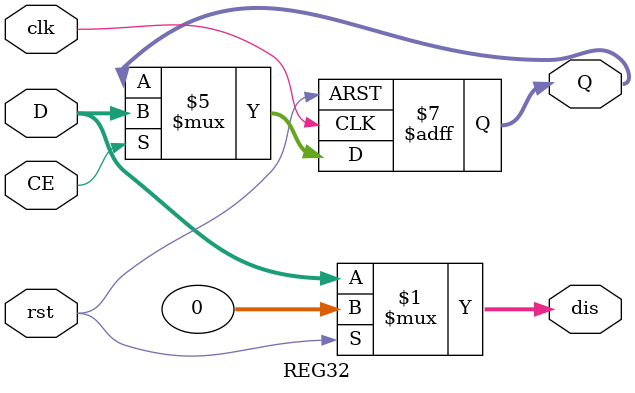
<source format=v>
`timescale 1ns / 1ps


module REG32(
                    input clk,
					input rst,
					input CE,
					input [31:0]D,
					output reg[31:0]Q,
					output wire[31:0] dis
					);
					
	assign dis = (rst) ? 32'h0000_0000 : D;
					
	always @(posedge clk or posedge rst)
    	if (rst==1)  Q = 32'h00000000;
		else if (CE) Q = D;
		else Q = Q;
   //assign Q = (rst) ? 32'h0000_0000 : (CE ? D : 32'h0000_0000);

endmodule

</source>
